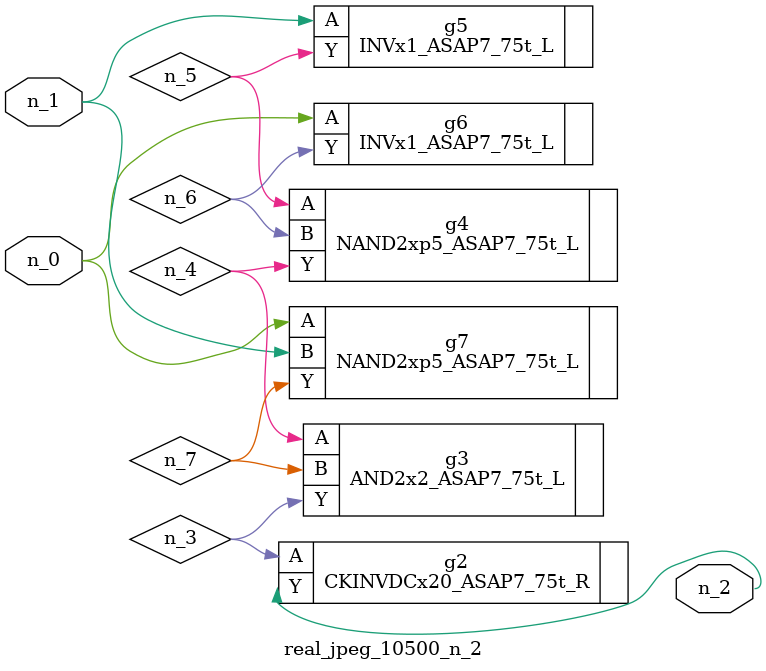
<source format=v>
module real_jpeg_10500_n_2 (n_1, n_0, n_2);

input n_1;
input n_0;

output n_2;

wire n_5;
wire n_4;
wire n_6;
wire n_7;
wire n_3;

INVx1_ASAP7_75t_L g6 ( 
.A(n_0),
.Y(n_6)
);

NAND2xp5_ASAP7_75t_L g7 ( 
.A(n_0),
.B(n_1),
.Y(n_7)
);

INVx1_ASAP7_75t_L g5 ( 
.A(n_1),
.Y(n_5)
);

CKINVDCx20_ASAP7_75t_R g2 ( 
.A(n_3),
.Y(n_2)
);

AND2x2_ASAP7_75t_L g3 ( 
.A(n_4),
.B(n_7),
.Y(n_3)
);

NAND2xp5_ASAP7_75t_L g4 ( 
.A(n_5),
.B(n_6),
.Y(n_4)
);


endmodule
</source>
